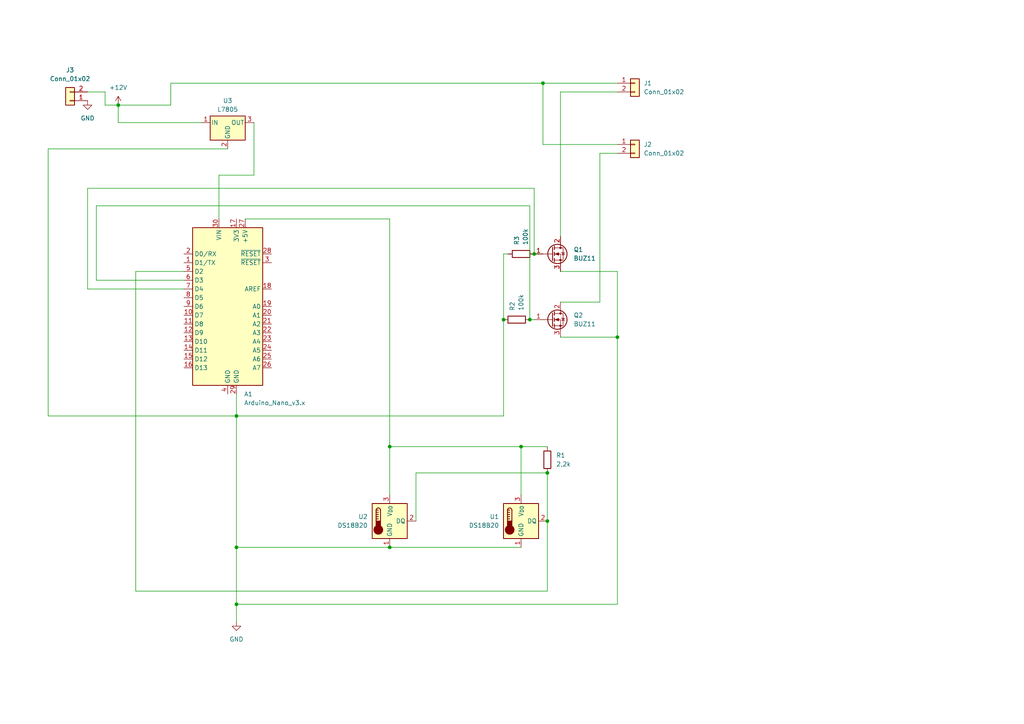
<source format=kicad_sch>
(kicad_sch (version 20230121) (generator eeschema)
  (paper "A4")
  (lib_symbols
    (symbol "Connector_Generic:Conn_01x02" (pin_names (offset 1.016) hide)
      (property "Reference" "J" (at 0 2.54 0))
      (property "Value" "Conn_01x02" (at 0 -5.08 0))
      (symbol "Conn_01x02_1_1"
        (rectangle (start -1.27 -2.413) (end 0 -2.667) (stroke (width 0.1524)))
        (rectangle (start -1.27 0.127) (end 0 -0.127) (stroke (width 0.1524)))
        (rectangle (start -1.27 1.27) (end 1.27 -3.81) (stroke (width 0.254)) (fill (type background)))
        (pin passive line (at -5.08 0 0) (length 3.81) (name "Pin_1") (number "1"))
        (pin passive line (at -5.08 -2.54 0) (length 3.81) (name "Pin_2") (number "2"))
      )
    )
    (symbol "Device:R" (pin_numbers hide) (pin_names (offset 0))
      (property "Reference" "R" (at 2.032 0 90))
      (property "Value" "R" (at 0 0 90))
      (symbol "R_0_1"
        (rectangle (start -1.016 -2.54) (end 1.016 2.54) (stroke (width 0.254)))
      )
      (symbol "R_1_1"
        (pin passive line (at 0 3.81 270) (length 1.27) (name "~") (number "1"))
        (pin passive line (at 0 -3.81 90) (length 1.27) (name "~") (number "2"))
      )
    )
    (symbol "MCU_Module:Arduino_Nano_v3.x"
      (property "Reference" "A" (at -10.16 23.495 0))
      (property "Value" "Arduino_Nano_v3.x" (at 5.08 -24.13 0))
      (symbol "Arduino_Nano_v3.x_0_1"
        (rectangle (start -10.16 22.86) (end 10.16 -22.86) (stroke (width 0.254)) (fill (type background)))
      )
      (symbol "Arduino_Nano_v3.x_1_1"
        (pin bidirectional line (at -12.7 12.7 0) (length 2.54) (name "D1/TX") (number "1"))
        (pin bidirectional line (at -12.7 -2.54 0) (length 2.54) (name "D7") (number "10"))
        (pin bidirectional line (at -12.7 -5.08 0) (length 2.54) (name "D8") (number "11"))
        (pin bidirectional line (at -12.7 -7.62 0) (length 2.54) (name "D9") (number "12"))
        (pin bidirectional line (at -12.7 -10.16 0) (length 2.54) (name "D10") (number "13"))
        (pin bidirectional line (at -12.7 -12.7 0) (length 2.54) (name "D11") (number "14"))
        (pin bidirectional line (at -12.7 -15.24 0) (length 2.54) (name "D12") (number "15"))
        (pin bidirectional line (at -12.7 -17.78 0) (length 2.54) (name "D13") (number "16"))
        (pin power_out line (at 2.54 25.4 270) (length 2.54) (name "3V3") (number "17"))
        (pin input line (at 12.7 5.08 180) (length 2.54) (name "AREF") (number "18"))
        (pin bidirectional line (at 12.7 0 180) (length 2.54) (name "A0") (number "19"))
        (pin bidirectional line (at -12.7 15.24 0) (length 2.54) (name "D0/RX") (number "2"))
        (pin bidirectional line (at 12.7 -2.54 180) (length 2.54) (name "A1") (number "20"))
        (pin bidirectional line (at 12.7 -5.08 180) (length 2.54) (name "A2") (number "21"))
        (pin bidirectional line (at 12.7 -7.62 180) (length 2.54) (name "A3") (number "22"))
        (pin bidirectional line (at 12.7 -10.16 180) (length 2.54) (name "A4") (number "23"))
        (pin bidirectional line (at 12.7 -12.7 180) (length 2.54) (name "A5") (number "24"))
        (pin bidirectional line (at 12.7 -15.24 180) (length 2.54) (name "A6") (number "25"))
        (pin bidirectional line (at 12.7 -17.78 180) (length 2.54) (name "A7") (number "26"))
        (pin power_out line (at 5.08 25.4 270) (length 2.54) (name "+5V") (number "27"))
        (pin input line (at 12.7 15.24 180) (length 2.54) (name "~{RESET}") (number "28"))
        (pin power_in line (at 2.54 -25.4 90) (length 2.54) (name "GND") (number "29"))
        (pin input line (at 12.7 12.7 180) (length 2.54) (name "~{RESET}") (number "3"))
        (pin power_in line (at -2.54 25.4 270) (length 2.54) (name "VIN") (number "30"))
        (pin power_in line (at 0 -25.4 90) (length 2.54) (name "GND") (number "4"))
        (pin bidirectional line (at -12.7 10.16 0) (length 2.54) (name "D2") (number "5"))
        (pin bidirectional line (at -12.7 7.62 0) (length 2.54) (name "D3") (number "6"))
        (pin bidirectional line (at -12.7 5.08 0) (length 2.54) (name "D4") (number "7"))
        (pin bidirectional line (at -12.7 2.54 0) (length 2.54) (name "D5") (number "8"))
        (pin bidirectional line (at -12.7 0 0) (length 2.54) (name "D6") (number "9"))
      )
    )
    (symbol "Regulator_Linear:L7805" (pin_names (offset 0.254))
      (property "Reference" "U" (at -3.81 3.175 0))
      (property "Value" "L7805" (at 0 3.175 0))
      (symbol "L7805_0_1"
        (rectangle (start -5.08 1.905) (end 5.08 -5.08) (stroke (width 0.254)) (fill (type background)))
      )
      (symbol "L7805_1_1"
        (pin power_in line (at -7.62 0 0) (length 2.54) (name "IN") (number "1"))
        (pin power_in line (at 0 -7.62 90) (length 2.54) (name "GND") (number "2"))
        (pin power_out line (at 7.62 0 180) (length 2.54) (name "OUT") (number "3"))
      )
    )
    (symbol "Sensor_Temperature:DS18B20"
      (property "Reference" "U" (at -3.81 6.35 0))
      (property "Value" "DS18B20" (at 6.35 6.35 0))
      (symbol "DS18B20_0_1"
        (rectangle (start -5.08 5.08) (end 5.08 -5.08) (stroke (width 0.254)) (fill (type background)))
        (circle (center -3.302 -2.54) (radius 1.27) (stroke (width 0.254)) (fill (type outline)))
        (rectangle (start -2.667 -1.905) (end -3.937 0) (stroke (width 0.254)) (fill (type outline)))
        (arc (start -2.667 3.175) (mid -3.302 3.8073) (end -3.937 3.175) (stroke (width 0.254)))
        (polyline (pts (xy -3.937 0.635) (xy -3.302 0.635)) (stroke (width 0.254)))
        (polyline (pts (xy -3.937 1.27) (xy -3.302 1.27)) (stroke (width 0.254)))
        (polyline (pts (xy -3.937 1.905) (xy -3.302 1.905)) (stroke (width 0.254)))
        (polyline (pts (xy -3.937 2.54) (xy -3.302 2.54)) (stroke (width 0.254)))
        (polyline (pts (xy -3.937 3.175) (xy -3.937 0)) (stroke (width 0.254)))
        (polyline (pts (xy -3.937 3.175) (xy -3.302 3.175)) (stroke (width 0.254)))
        (polyline (pts (xy -2.667 3.175) (xy -2.667 0)) (stroke (width 0.254)))
      )
      (symbol "DS18B20_1_1"
        (pin power_in line (at 0 -7.62 90) (length 2.54) (name "GND") (number "1"))
        (pin bidirectional line (at 7.62 0 180) (length 2.54) (name "DQ") (number "2"))
        (pin power_in line (at 0 7.62 270) (length 2.54) (name "V_{DD}") (number "3"))
      )
    )
    (symbol "Transistor_FET:BUZ11" (pin_names hide)
      (property "Reference" "Q" (at 6.35 1.905 0))
      (property "Value" "BUZ11" (at 6.35 0 0))
      (symbol "BUZ11_0_1"
        (polyline (pts (xy 0.254 0) (xy -2.54 0)))
        (polyline (pts (xy 0.254 1.905) (xy 0.254 -1.905)) (stroke (width 0.254)))
        (polyline (pts (xy 0.762 -1.27) (xy 0.762 -2.286)) (stroke (width 0.254)))
        (polyline (pts (xy 0.762 0.508) (xy 0.762 -0.508)) (stroke (width 0.254)))
        (polyline (pts (xy 0.762 2.286) (xy 0.762 1.27)) (stroke (width 0.254)))
        (polyline (pts (xy 2.54 2.54) (xy 2.54 1.778)))
        (polyline (pts (xy 2.54 -2.54) (xy 2.54 0) (xy 0.762 0)))
        (polyline (pts (xy 0.762 -1.778) (xy 3.302 -1.778) (xy 3.302 1.778) (xy 0.762 1.778)))
        (polyline (pts (xy 1.016 0) (xy 2.032 0.381) (xy 2.032 -0.381) (xy 1.016 0)) (fill (type outline)))
        (polyline (pts (xy 2.794 0.508) (xy 2.921 0.381) (xy 3.683 0.381) (xy 3.81 0.254)))
        (polyline (pts (xy 3.302 0.381) (xy 2.921 -0.254) (xy 3.683 -0.254) (xy 3.302 0.381)))
        (circle (center 1.651 0) (radius 2.794) (stroke (width 0.254)))
        (circle (center 2.54 -1.778) (radius 0.254) (fill (type outline)))
        (circle (center 2.54 1.778) (radius 0.254) (fill (type outline)))
      )
      (symbol "BUZ11_1_1"
        (pin input line (at -5.08 0 0) (length 2.54) (name "G") (number "1"))
        (pin passive line (at 2.54 5.08 270) (length 2.54) (name "D") (number "2"))
        (pin passive line (at 2.54 -5.08 90) (length 2.54) (name "S") (number "3"))
      )
    )
    (symbol "power:+12V" (power) (pin_names (offset 0))
      (property "Value" "+12V" (at 0 3.556 0))
      (symbol "+12V_0_1"
        (polyline (pts (xy -0.762 1.27) (xy 0 2.54)))
        (polyline (pts (xy 0 0) (xy 0 2.54)))
        (polyline (pts (xy 0 2.54) (xy 0.762 1.27)))
      )
      (symbol "+12V_1_1"
        (pin power_in line (at 0 0 90) (length 0) hide (name "+12V") (number "1"))
      )
    )
    (symbol "power:GND" (power) (pin_names (offset 0))
      (property "Value" "GND" (at 0 -3.81 0))
      (symbol "GND_0_1"
        (polyline (pts (xy 0 0) (xy 0 -1.27) (xy 1.27 -1.27) (xy 0 -2.54) (xy -1.27 -1.27) (xy 0 -1.27)))
      )
      (symbol "GND_1_1"
        (pin power_in line (at 0 0 270) (length 0) hide (name "GND") (number "1"))
      )
    )
  )
  (junction (at 179.07 97.79))
  (junction (at 113.03 158.75))
  (junction (at 68.58 158.75))
  (junction (at 153.67 92.71))
  (junction (at 158.75 137.16))
  (junction (at 113.03 129.54))
  (junction (at 68.58 120.65))
  (junction (at 154.94 73.66))
  (junction (at 34.29 30.48))
  (junction (at 146.05 92.71))
  (junction (at 151.13 129.54))
  (junction (at 157.48 24.13))
  (junction (at 68.58 175.26))
  (junction (at 158.75 151.13))
  (wire (pts (xy 68.58 158.75) (xy 113.03 158.75)))
  (wire (pts (xy 146.05 92.71) (xy 146.05 120.65)))
  (wire (pts (xy 173.99 44.45) (xy 173.99 87.63)))
  (wire (pts (xy 63.5 50.8) (xy 63.5 63.5)))
  (wire (pts (xy 25.4 54.61) (xy 25.4 83.82)))
  (wire (pts (xy 179.07 26.67) (xy 162.56 26.67)))
  (wire (pts (xy 162.56 26.67) (xy 162.56 68.58)))
  (wire (pts (xy 153.67 59.69) (xy 153.67 92.71)))
  (wire (pts (xy 73.66 35.56) (xy 73.66 50.8)))
  (wire (pts (xy 66.04 43.18) (xy 13.97 43.18)))
  (wire (pts (xy 34.29 35.56) (xy 58.42 35.56)))
  (wire (pts (xy 154.94 54.61) (xy 154.94 73.66)))
  (wire (pts (xy 68.58 158.75) (xy 68.58 175.26)))
  (wire (pts (xy 113.03 158.75) (xy 151.13 158.75)))
  (wire (pts (xy 157.48 41.91) (xy 157.48 24.13)))
  (wire (pts (xy 179.07 97.79) (xy 162.56 97.79)))
  (wire (pts (xy 113.03 129.54) (xy 113.03 143.51)))
  (wire (pts (xy 13.97 120.65) (xy 68.58 120.65)))
  (wire (pts (xy 27.94 59.69) (xy 27.94 81.28)))
  (wire (pts (xy 34.29 30.48) (xy 34.29 35.56)))
  (wire (pts (xy 30.48 30.48) (xy 30.48 26.67)))
  (wire (pts (xy 179.07 175.26) (xy 179.07 97.79)))
  (wire (pts (xy 179.07 44.45) (xy 173.99 44.45)))
  (wire (pts (xy 158.75 137.16) (xy 158.75 151.13)))
  (wire (pts (xy 158.75 129.54) (xy 151.13 129.54)))
  (wire (pts (xy 179.07 78.74) (xy 179.07 97.79)))
  (wire (pts (xy 179.07 41.91) (xy 157.48 41.91)))
  (wire (pts (xy 154.94 54.61) (xy 25.4 54.61)))
  (wire (pts (xy 68.58 120.65) (xy 146.05 120.65)))
  (wire (pts (xy 49.53 30.48) (xy 49.53 24.13)))
  (wire (pts (xy 156.21 73.66) (xy 154.94 73.66)))
  (wire (pts (xy 68.58 120.65) (xy 68.58 158.75)))
  (wire (pts (xy 154.94 92.71) (xy 153.67 92.71)))
  (wire (pts (xy 25.4 83.82) (xy 53.34 83.82)))
  (wire (pts (xy 120.65 137.16) (xy 158.75 137.16)))
  (wire (pts (xy 146.05 92.71) (xy 146.05 73.66)))
  (wire (pts (xy 157.48 24.13) (xy 179.07 24.13)))
  (wire (pts (xy 120.65 151.13) (xy 120.65 137.16)))
  (wire (pts (xy 68.58 175.26) (xy 68.58 180.34)))
  (wire (pts (xy 30.48 26.67) (xy 25.4 26.67)))
  (wire (pts (xy 53.34 78.74) (xy 39.37 78.74)))
  (wire (pts (xy 146.05 73.66) (xy 147.32 73.66)))
  (wire (pts (xy 113.03 63.5) (xy 113.03 129.54)))
  (wire (pts (xy 34.29 30.48) (xy 49.53 30.48)))
  (wire (pts (xy 27.94 59.69) (xy 153.67 59.69)))
  (wire (pts (xy 34.29 30.48) (xy 30.48 30.48)))
  (wire (pts (xy 68.58 114.3) (xy 68.58 120.65)))
  (wire (pts (xy 173.99 87.63) (xy 162.56 87.63)))
  (wire (pts (xy 13.97 43.18) (xy 13.97 120.65)))
  (wire (pts (xy 158.75 171.45) (xy 158.75 151.13)))
  (wire (pts (xy 39.37 78.74) (xy 39.37 171.45)))
  (wire (pts (xy 68.58 175.26) (xy 179.07 175.26)))
  (wire (pts (xy 39.37 171.45) (xy 158.75 171.45)))
  (wire (pts (xy 71.12 63.5) (xy 113.03 63.5)))
  (wire (pts (xy 27.94 81.28) (xy 53.34 81.28)))
  (wire (pts (xy 49.53 24.13) (xy 157.48 24.13)))
  (wire (pts (xy 151.13 129.54) (xy 151.13 143.51)))
  (wire (pts (xy 73.66 50.8) (xy 63.5 50.8)))
  (wire (pts (xy 151.13 129.54) (xy 113.03 129.54)))
  (wire (pts (xy 162.56 78.74) (xy 179.07 78.74)))
  (symbol (lib_id "Regulator_Linear:L7805") (at 66.04 35.56 0) (unit 1)
    (property "Reference" "U3" (at 66.04 29.21 0))
    (property "Value" "L7805" (at 66.04 31.75 0))
    (property "Footprint" "Package_TO_SOT_THT:TO-220-3_Vertical" (effects hide))
    (property "Datasheet" "http://www.st.com/content/ccc/resource/technical/document/datasheet/41/4f/b3/b0/12/d4/47/88/CD00000444.pdf/files/CD00000444.pdf/jcr:content/translations/en.CD00000444.pdf" (effects hide))
  )
  (symbol (lib_id "Device:R") (at 158.75 133.35 180) (unit 1)
    (property "Reference" "R1" (at 161.29 132.08 0) (effects (justify right)))
    (property "Value" "2,2k" (at 161.29 134.62 0) (effects (justify right)))
    (property "Footprint" "Resistor_THT:R_Axial_DIN0207_L6.3mm_D2.5mm_P10.16mm_Horizontal" (effects hide))
  )
  (symbol (lib_id "power:GND") (at 25.4 29.21 0) (unit 1)
    (property "Reference" "#PWR03" (effects hide))
    (property "Value" "GND" (at 25.4 34.29 0))
  )
  (symbol (lib_id "power:GND") (at 68.58 180.34 0) (unit 1)
    (property "Reference" "#PWR02" (effects hide))
    (property "Value" "GND" (at 68.58 185.42 0))
  )
  (symbol (lib_id "Transistor_FET:BUZ11") (at 160.02 92.71 0) (unit 1)
    (property "Reference" "Q2" (at 166.37 91.44 0) (effects (justify left)))
    (property "Value" "BUZ11" (at 166.37 93.98 0) (effects (justify left)))
    (property "Footprint" "Package_TO_SOT_THT:TO-220-3_Vertical" (effects hide))
    (property "Datasheet" "https://media.digikey.com/pdf/Data%20Sheets/Fairchild%20PDFs/BUZ11.pdf" (effects hide))
  )
  (symbol (lib_id "Transistor_FET:BUZ11") (at 160.02 73.66 0) (unit 1)
    (property "Reference" "Q1" (at 166.37 72.39 0) (effects (justify left)))
    (property "Value" "BUZ11" (at 166.37 74.93 0) (effects (justify left)))
    (property "Footprint" "Package_TO_SOT_THT:TO-220-3_Vertical" (effects hide))
    (property "Datasheet" "https://media.digikey.com/pdf/Data%20Sheets/Fairchild%20PDFs/BUZ11.pdf" (effects hide))
  )
  (symbol (lib_id "Device:R") (at 149.86 92.71 90) (unit 1)
    (property "Reference" "R2" (at 148.59 90.17 0) (effects (justify left)))
    (property "Value" "100k" (at 151.13 90.17 0) (effects (justify left)))
    (property "Footprint" "Resistor_THT:R_Axial_DIN0207_L6.3mm_D2.5mm_P10.16mm_Horizontal" (effects hide))
  )
  (symbol (lib_id "Connector_Generic:Conn_01x02") (at 20.32 29.21 180) (unit 1)
    (property "Reference" "J3" (at 20.32 20.32 0))
    (property "Value" "Conn_01x02" (at 20.32 22.86 0))
    (property "Footprint" "Connector:JWT_A3963_1x02_P3.96mm_Vertical" (effects hide))
  )
  (symbol (lib_id "power:+12V") (at 34.29 30.48 0) (unit 1)
    (property "Reference" "#PWR01" (effects hide))
    (property "Value" "+12V" (at 34.29 25.4 0))
  )
  (symbol (lib_id "Device:R") (at 151.13 73.66 90) (unit 1)
    (property "Reference" "R3" (at 149.86 71.12 0) (effects (justify left)))
    (property "Value" "100k" (at 152.4 71.12 0) (effects (justify left)))
    (property "Footprint" "Resistor_THT:R_Axial_DIN0207_L6.3mm_D2.5mm_P10.16mm_Horizontal" (effects hide))
  )
  (symbol (lib_id "Sensor_Temperature:DS18B20") (at 151.13 151.13 0) (unit 1)
    (property "Reference" "U1" (at 144.78 149.86 0) (effects (justify right)))
    (property "Value" "DS18B20" (at 144.78 152.4 0) (effects (justify right)))
    (property "Footprint" "Package_TO_SOT_THT:TO-92_Inline" (effects hide))
    (property "Datasheet" "http://datasheets.maximintegrated.com/en/ds/DS18B20.pdf" (effects hide))
  )
  (symbol (lib_id "Connector_Generic:Conn_01x02") (at 184.15 24.13 0) (unit 1)
    (property "Reference" "J1" (at 186.69 24.13 0) (effects (justify left)))
    (property "Value" "Conn_01x02" (at 186.69 26.67 0) (effects (justify left)))
    (property "Footprint" "Connector:Banana_Jack_2Pin" (effects hide))
  )
  (symbol (lib_id "Sensor_Temperature:DS18B20") (at 113.03 151.13 0) (unit 1)
    (property "Reference" "U2" (at 106.68 149.86 0) (effects (justify right)))
    (property "Value" "DS18B20" (at 106.68 152.4 0) (effects (justify right)))
    (property "Footprint" "Package_TO_SOT_THT:TO-92_Inline" (effects hide))
    (property "Datasheet" "http://datasheets.maximintegrated.com/en/ds/DS18B20.pdf" (effects hide))
  )
  (symbol (lib_id "Connector_Generic:Conn_01x02") (at 184.15 41.91 0) (unit 1)
    (property "Reference" "J2" (at 186.69 41.91 0) (effects (justify left)))
    (property "Value" "Conn_01x02" (at 186.69 44.45 0) (effects (justify left)))
    (property "Footprint" "Connector:Banana_Jack_2Pin" (effects hide))
  )
  (symbol (lib_id "MCU_Module:Arduino_Nano_v3.x") (at 66.04 88.9 0) (unit 1)
    (property "Reference" "A1" (at 70.7741 114.3 0) (effects (justify left)))
    (property "Value" "Arduino_Nano_v3.x" (at 70.7741 116.84 0) (effects (justify left)))
    (property "Footprint" "Module:Arduino_Nano" (effects hide))
    (property "Datasheet" "http://www.mouser.com/pdfdocs/Gravitech_Arduino_Nano3_0.pdf" (effects hide))
  )
)
</source>
